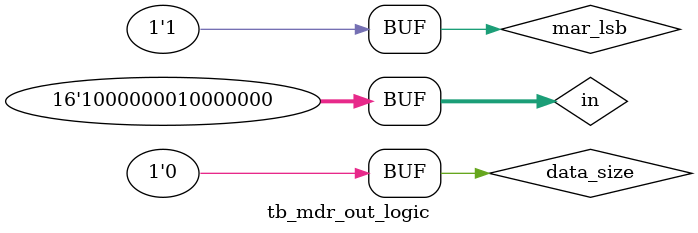
<source format=v>
`timescale 1ns / 1ps


module tb_mdr_out_logic;
//    input [15:0] in,
//    input data_size,
//    input mar_lsb,
//    output reg [15:0] result

    reg [15:0] in;
    reg data_size;
    reg mar_lsb;
    
    wire [15:0] result;
    
    mdr_out_logic uut (
        .in(in),
        .data_size(data_size),
        .mar_lsb(mar_lsb),
        .result(result)
    );
    
    initial begin
        $display("mdr_out_logic Testbench");
        in = 'h1234;
        data_size = 0;
        mar_lsb = 0;
        
        #50
        
        // byte in 7:0
        data_size = 0;  // byte
        mar_lsb = 0;    // 7:0
        #50
        if (result != 'h0034) $display("Test 0 FAIL");
        
        // byte in 15:8
        data_size = 0;
        mar_lsb = 1;
        #50
        if (result != 'h0012) $display("Test 1 FAIL");
        
        // full word
        data_size = 1;
        mar_lsb = 0;
        #50
        if (result != 'h1234) $display("Test 2 FAIL");
        
        // test sign extend
        in = 'h8080;
        
        // byte in 7:0
        data_size = 0;  // byte
        mar_lsb = 0;    // 7:0
        #50
        if (result != 'hFF80) $display("Test 3 FAIL");
        
        // byte in 15:8
        data_size = 0;
        mar_lsb = 1;
        #50
        if (result != 'hFF80) $display("Test 1 FAIL");
    
    
    
    end

endmodule

</source>
